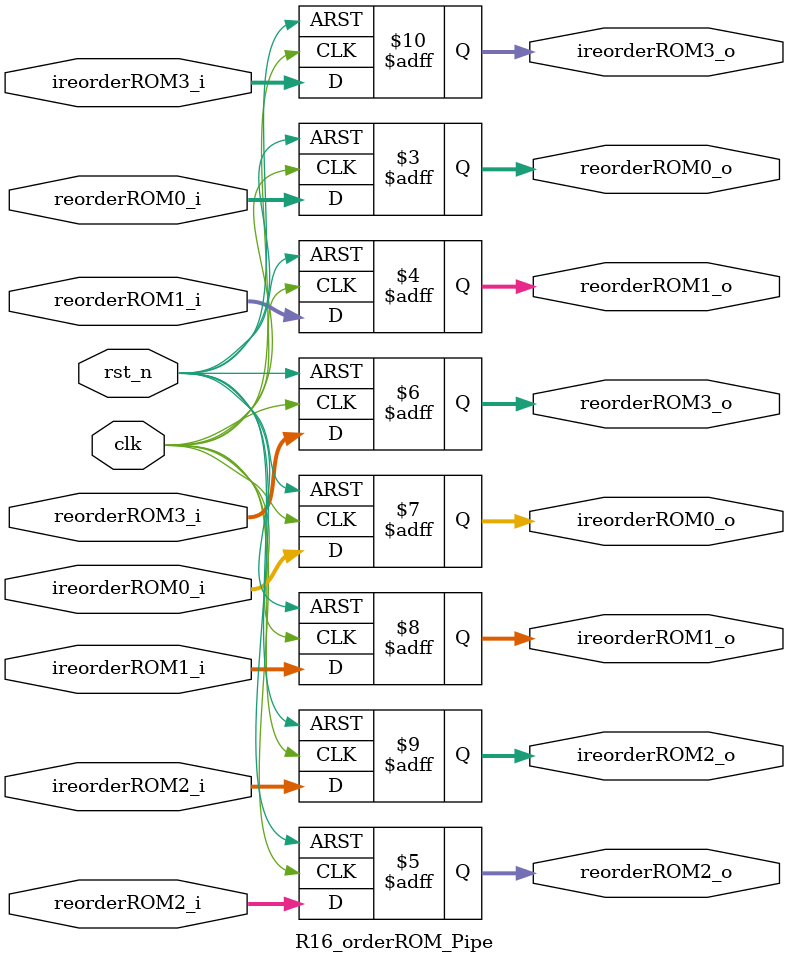
<source format=v>
`timescale 1 ns/1 ps                                                               
module R16_orderROM_Pipe(                                                           
                      reorderROM0_o,                                               
                      reorderROM1_o,                                               
                      reorderROM2_o,                                               
                      reorderROM3_o,                                               
                      ireorderROM0_o,                                              
                      ireorderROM1_o,                                              
                      ireorderROM2_o,                                              
                      ireorderROM3_o,                                              
						reorderROM0_i,                                               
						reorderROM1_i,                                               
						reorderROM2_i,                                               
						reorderROM3_i,                                               
						ireorderROM0_i,                                              
						ireorderROM1_i,                                              
						ireorderROM2_i,                                              
						ireorderROM3_i,                                              
						rst_n,                                                       
						clk                                                          
						) ;                                                          
    parameter SD_WIDTH  = 128;                                                     
	  parameter SD_ZERO   = 128'd0;                                                  
    parameter P_WIDTH   = 64;                                                      
	  parameter P_ZERO    = 64'd0;                                                   
                                                                                   
    output [SD_WIDTH-1:0] reorderROM0_o;                                            
    output [SD_WIDTH-1:0] reorderROM1_o;                                            
    output [SD_WIDTH-1:0] reorderROM2_o;                                            
    output [SD_WIDTH-1:0] reorderROM3_o;                                            
    output [SD_WIDTH-1:0] ireorderROM0_o;                                           
    output [SD_WIDTH-1:0] ireorderROM1_o;                                           
    output [SD_WIDTH-1:0] ireorderROM2_o;                                           
    output [P_WIDTH-1:0]  ireorderROM3_o;                                           
                                                                                   
	input [SD_WIDTH-1:0]  reorderROM0_i;                                              
	input [SD_WIDTH-1:0]  reorderROM1_i;                                              
	input [SD_WIDTH-1:0]  reorderROM2_i;                                              
	input [SD_WIDTH-1:0]  reorderROM3_i;                                              
	input [SD_WIDTH-1:0]  ireorderROM0_i;                                             
	input [SD_WIDTH-1:0]  ireorderROM1_i;                                             
	input [SD_WIDTH-1:0]  ireorderROM2_i;                                             
	input [P_WIDTH-1:0]   ireorderROM3_i;                                             
	input rst_n;                                                                     
	input clk;                                                                       
                                                                                   
                                                                                   
	  reg [SD_WIDTH-1:0] reorderROM0_o;                                               
    reg [SD_WIDTH-1:0] reorderROM1_o;                                               
    reg [SD_WIDTH-1:0] reorderROM2_o;                                               
    reg [SD_WIDTH-1:0] reorderROM3_o;                                               
    reg [SD_WIDTH-1:0] ireorderROM0_o;                                              
    reg [SD_WIDTH-1:0] ireorderROM1_o;                                              
    reg [SD_WIDTH-1:0] ireorderROM2_o;                                              
    reg [P_WIDTH-1:0] ireorderROM3_o;                                              
                                                                                   
    always@(posedge clk,negedge rst_n)begin                                        
		if(~rst_n)begin                                                              
			reorderROM0_o  <= SD_ZERO;                                                
			reorderROM1_o  <= SD_ZERO;                                                
			reorderROM2_o  <= SD_ZERO;                                                
			reorderROM3_o  <= SD_ZERO;                                                
			ireorderROM0_o <= SD_ZERO;                                                
			ireorderROM1_o <= SD_ZERO;                                                
			ireorderROM2_o <= SD_ZERO;                                                
			ireorderROM3_o <= P_ZERO;                                                
		end                                                                          
		else begin                                                                   
			reorderROM0_o  <= reorderROM0_i;                                         
		    reorderROM1_o  <= reorderROM1_i;                                         
		    reorderROM2_o  <= reorderROM2_i;                                         
		    reorderROM3_o  <= reorderROM3_i;                                         
		    ireorderROM0_o <= ireorderROM0_i;                                        
		    ireorderROM1_o <= ireorderROM1_i;                                        
		    ireorderROM2_o <= ireorderROM2_i;                                        
		    ireorderROM3_o <= ireorderROM3_i;                                        
		end                                                                          
	end                                                                              
                                                                                   
endmodule                                                                          

</source>
